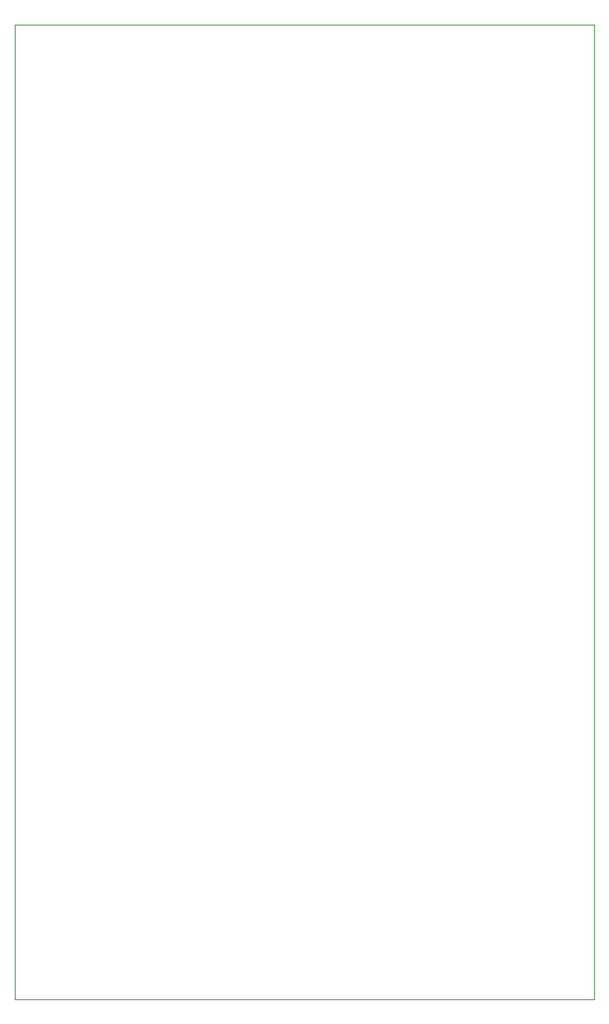
<source format=gbr>
G04 PROTEUS GERBER X2 FILE*
%TF.GenerationSoftware,Labcenter,Proteus,8.15-SP1-Build34318*%
%TF.CreationDate,2023-12-30T15:36:42+00:00*%
%TF.FileFunction,NonPlated,0,1,NPTH*%
%TF.FilePolarity,Positive*%
%TF.Part,Single*%
%TF.SameCoordinates,{cd41d306-8311-4b46-bbee-fcf873c3b973}*%
%FSLAX45Y45*%
%MOMM*%
G01*
%TA.AperFunction,Profile*%
%ADD14C,0.101600*%
%TD.AperFunction*%
D14*
X-5969000Y+0D02*
X+0Y+0D01*
X+0Y+10033000D01*
X-5969000Y+10033000D01*
X-5969000Y+0D01*
M02*

</source>
